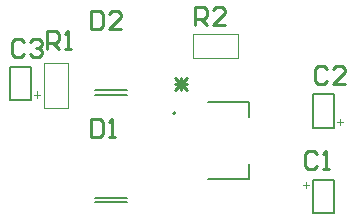
<source format=gto>
G04*
G04 #@! TF.GenerationSoftware,Altium Limited,Altium Designer,22.9.1 (49)*
G04*
G04 Layer_Color=65535*
%FSLAX25Y25*%
%MOIN*%
G70*
G04*
G04 #@! TF.SameCoordinates,7F83523E-A3D8-4692-9F7C-F7BD391A3CC7*
G04*
G04*
G04 #@! TF.FilePolarity,Positive*
G04*
G01*
G75*
%ADD10C,0.00787*%
%ADD11C,0.00500*%
%ADD12C,0.00394*%
%ADD13C,0.01000*%
D10*
X488701Y381610D02*
G03*
X488701Y381610I-394J0D01*
G01*
X461988Y353490D02*
X472618D01*
X461988Y351915D02*
X472618D01*
X461988Y389425D02*
X472618D01*
X461988Y387850D02*
X472618D01*
X541543Y348488D02*
Y359512D01*
X534457Y348488D02*
X541543D01*
X534457D02*
Y359512D01*
X541543D01*
X534457Y376839D02*
Y387862D01*
X541543D01*
Y376839D02*
Y387862D01*
X534457Y376839D02*
X541543D01*
X433457Y385988D02*
Y397012D01*
X440543D01*
Y385988D02*
Y397012D01*
X433457Y385988D02*
X440543D01*
D11*
X499528Y359760D02*
X513307D01*
Y364642D01*
X499528Y385350D02*
X513307D01*
Y380469D02*
Y385350D01*
D12*
X445063Y398480D02*
X452937D01*
X445063Y383520D02*
Y398480D01*
Y383520D02*
X452937D01*
Y398480D01*
X509480Y400063D02*
Y407937D01*
X494520D02*
X509480D01*
X494520Y400063D02*
Y407937D01*
Y400063D02*
X509480D01*
X532357Y358724D02*
Y356625D01*
X533406Y357675D02*
X531307D01*
X543643Y377626D02*
Y379725D01*
X542594Y378676D02*
X544693D01*
X442643Y386776D02*
Y388875D01*
X441594Y387825D02*
X443693D01*
D13*
X495300Y411100D02*
Y417098D01*
X498299D01*
X499299Y416098D01*
Y414099D01*
X498299Y413099D01*
X495300D01*
X497299D02*
X499299Y411100D01*
X505297D02*
X501298D01*
X505297Y415099D01*
Y416098D01*
X504297Y417098D01*
X502298D01*
X501298Y416098D01*
X445900Y403100D02*
Y409098D01*
X448899D01*
X449899Y408098D01*
Y406099D01*
X448899Y405099D01*
X445900D01*
X447899D02*
X449899Y403100D01*
X451898D02*
X453897D01*
X452898D01*
Y409098D01*
X451898Y408098D01*
X460600Y415698D02*
Y409700D01*
X463599D01*
X464599Y410700D01*
Y414698D01*
X463599Y415698D01*
X460600D01*
X470597Y409700D02*
X466598D01*
X470597Y413699D01*
Y414698D01*
X469597Y415698D01*
X467598D01*
X466598Y414698D01*
X460600Y379763D02*
Y373765D01*
X463599D01*
X464599Y374764D01*
Y378763D01*
X463599Y379763D01*
X460600D01*
X466598Y373765D02*
X468597D01*
X467598D01*
Y379763D01*
X466598Y378763D01*
X438099Y405398D02*
X437099Y406398D01*
X435100D01*
X434100Y405398D01*
Y401400D01*
X435100Y400400D01*
X437099D01*
X438099Y401400D01*
X440098Y405398D02*
X441098Y406398D01*
X443097D01*
X444097Y405398D01*
Y404399D01*
X443097Y403399D01*
X442097D01*
X443097D01*
X444097Y402399D01*
Y401400D01*
X443097Y400400D01*
X441098D01*
X440098Y401400D01*
X539099Y396249D02*
X538099Y397249D01*
X536100D01*
X535100Y396249D01*
Y392250D01*
X536100Y391250D01*
X538099D01*
X539099Y392250D01*
X545097Y391250D02*
X541098D01*
X545097Y395249D01*
Y396249D01*
X544097Y397249D01*
X542098D01*
X541098Y396249D01*
X535899Y367898D02*
X534899Y368898D01*
X532900D01*
X531900Y367898D01*
Y363900D01*
X532900Y362900D01*
X534899D01*
X535899Y363900D01*
X537898Y362900D02*
X539897D01*
X538898D01*
Y368898D01*
X537898Y367898D01*
X488500Y393398D02*
X492499Y389400D01*
X488500D02*
X492499Y393398D01*
X488500Y391399D02*
X492499D01*
X490499Y389400D02*
Y393398D01*
M02*

</source>
